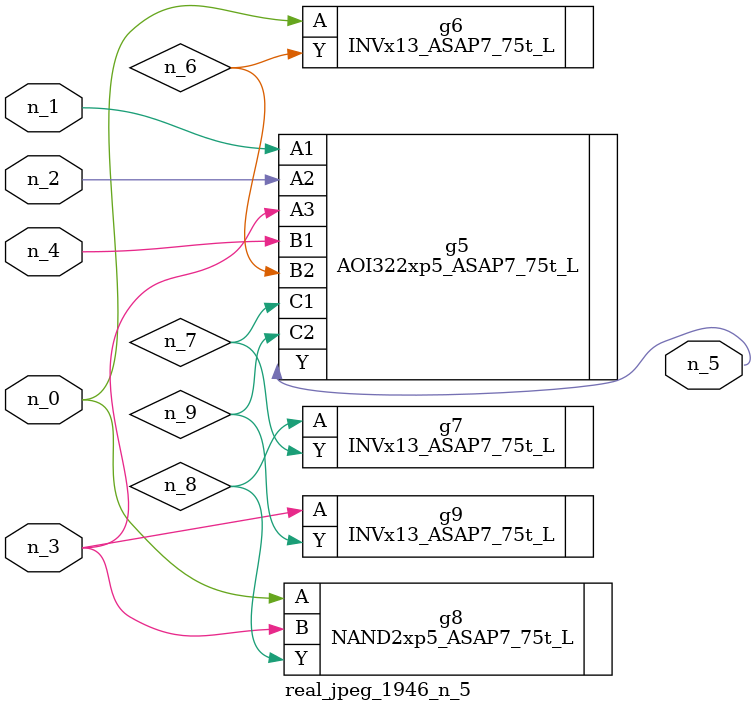
<source format=v>
module real_jpeg_1946_n_5 (n_4, n_0, n_1, n_2, n_3, n_5);

input n_4;
input n_0;
input n_1;
input n_2;
input n_3;

output n_5;

wire n_8;
wire n_6;
wire n_7;
wire n_9;

INVx13_ASAP7_75t_L g6 ( 
.A(n_0),
.Y(n_6)
);

NAND2xp5_ASAP7_75t_L g8 ( 
.A(n_0),
.B(n_3),
.Y(n_8)
);

AOI322xp5_ASAP7_75t_L g5 ( 
.A1(n_1),
.A2(n_2),
.A3(n_3),
.B1(n_4),
.B2(n_6),
.C1(n_7),
.C2(n_9),
.Y(n_5)
);

INVx13_ASAP7_75t_L g9 ( 
.A(n_3),
.Y(n_9)
);

INVx13_ASAP7_75t_L g7 ( 
.A(n_8),
.Y(n_7)
);


endmodule
</source>
